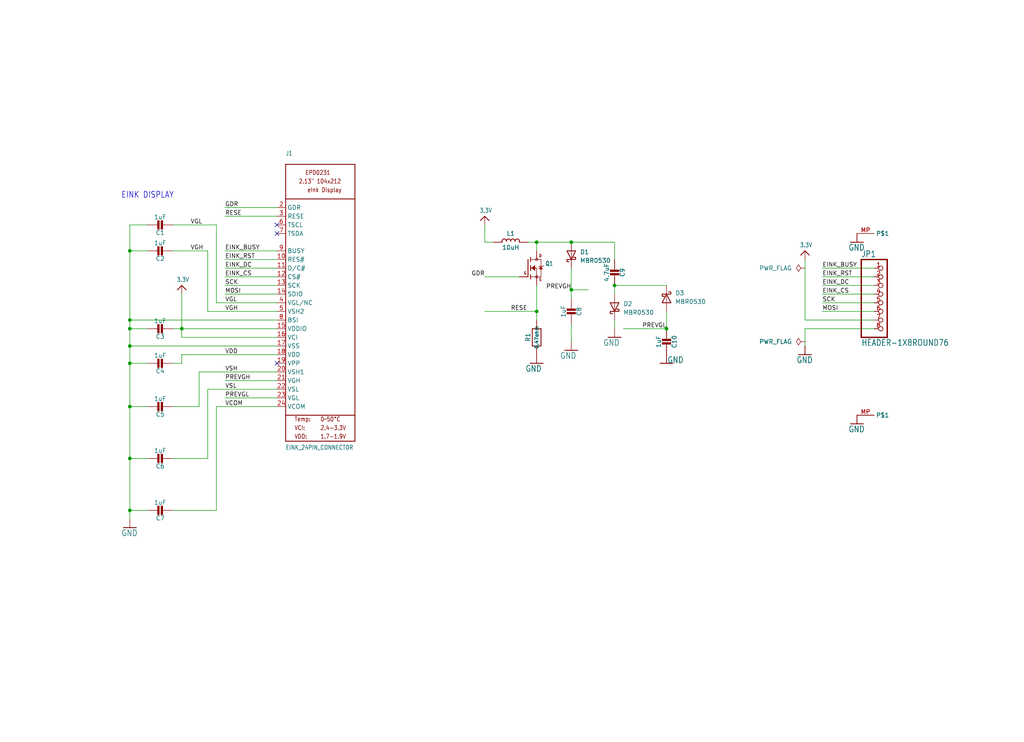
<source format=kicad_sch>
(kicad_sch (version 20211123) (generator eeschema)
  (paper "User" 300.507 217.881)
  (lib_symbols
    (symbol "Diode:MBR0530" (pin_numbers hide) (pin_names (offset 1.016) hide)
      (property "Reference" "D" (at 0 2.54 0))
      (property "Value" "MBR0530" (at 0 -2.54 0))
      (symbol "MBR0530_0_1"
        (polyline (pts (xy 1.27 0) (xy -1.27 0)))
        (polyline (pts (xy 1.27 1.27) (xy 1.27 -1.27) (xy -1.27 0) (xy 1.27 1.27)) (stroke (width 0.254)))
        (polyline (pts (xy -1.905 0.635) (xy -1.905 1.27) (xy -1.27 1.27) (xy -1.27 -1.27) (xy -0.635 -1.27) (xy -0.635 -0.635)) (stroke (width 0.254)))
      )
      (symbol "MBR0530_1_1"
        (pin passive line (at -3.81 0 0) (length 2.54) (name "K") (number "1"))
        (pin passive line (at 3.81 0 180) (length 2.54) (name "A") (number "2"))
      )
    )
    (symbol "OSO-Castellated-Board-eagle-import:3.3V" (power)
      (property "Value" "3.3V" (at -1.524 1.016 0))
      (symbol "3.3V_1_0"
        (polyline (pts (xy -1.27 -1.27) (xy 0 0)) (stroke (width 0.254)))
        (polyline (pts (xy 0 0) (xy 1.27 -1.27)) (stroke (width 0.254)))
        (pin power_in line (at 0 -2.54 90) (length 2.54) (name "3.3V") (number "1"))
      )
    )
    (symbol "OSO-Castellated-Board-eagle-import:BIGOVAL"
      (symbol "BIGOVAL_1_0"
        (pin bidirectional line (at -5.08 0 0) (length 5.08) (name "P$1") (number "MP"))
      )
    )
    (symbol "OSO-Castellated-Board-eagle-import:CAP_CERAMIC0805-NOOUTLINE"
      (property "Reference" "C" (at -2.29 1.25 90))
      (property "Value" "CAP_CERAMIC0805-NOOUTLINE" (at 2.3 1.25 90))
      (symbol "CAP_CERAMIC0805-NOOUTLINE_1_0"
        (rectangle (start -1.27 0.508) (end 1.27 1.016) (fill (type outline)))
        (rectangle (start -1.27 1.524) (end 1.27 2.032) (fill (type outline)))
        (polyline (pts (xy 0 0.762) (xy 0 0)) (stroke (width 0.1524)))
        (polyline (pts (xy 0 2.54) (xy 0 1.778)) (stroke (width 0.1524)))
        (pin passive line (at 0 5.08 270) (length 2.54) (name "1") (number "1"))
        (pin passive line (at 0 -2.54 90) (length 2.54) (name "2") (number "2"))
      )
    )
    (symbol "OSO-Castellated-Board-eagle-import:EINK_24PIN_CONNECTOR"
      (property "Reference" "EINK" (at -10.16 43.18 0))
      (property "Value" "EINK_24PIN_CONNECTOR" (at -10.16 -43.18 0))
      (symbol "EINK_24PIN_CONNECTOR_1_0"
        (polyline (pts (xy -10.16 -40.64) (xy 10.16 -40.64)) (stroke (width 0.254)))
        (polyline (pts (xy -10.16 -33.02) (xy -10.16 -40.64)) (stroke (width 0.254)))
        (polyline (pts (xy -10.16 -33.02) (xy -10.16 30.48)) (stroke (width 0.254)))
        (polyline (pts (xy -10.16 30.48) (xy 10.16 30.48)) (stroke (width 0.254)))
        (polyline (pts (xy -10.16 40.64) (xy -10.16 30.48)) (stroke (width 0.254)))
        (polyline (pts (xy -10.16 40.64) (xy 10.16 40.64)) (stroke (width 0.254)))
        (polyline (pts (xy 10.16 -40.64) (xy 10.16 -33.02)) (stroke (width 0.254)))
        (polyline (pts (xy 10.16 -33.02) (xy -10.16 -33.02)) (stroke (width 0.254)))
        (polyline (pts (xy 10.16 30.48) (xy 10.16 -33.02)) (stroke (width 0.254)))
        (polyline (pts (xy 10.16 40.64) (xy 10.16 30.48)) (stroke (width 0.254)))
        (text "0~50°C" (at 0 -34.925 0) (effects (font (size 1.27 1.0795)) (justify left bottom)))
        (text "1.7-1.9V" (at 0 -40.005 0) (effects (font (size 1.27 1.0795)) (justify left bottom)))
        (text "2.13\" 104x212" (at -6.35 34.925 0) (effects (font (size 1.27 1.0795)) (justify left bottom)))
        (text "2.4-3.3V" (at 0 -37.465 0) (effects (font (size 1.27 1.0795)) (justify left bottom)))
        (text "eInk Display" (at -3.81 32.385 0) (effects (font (size 1.27 1.0795)) (justify left bottom)))
        (text "EPD0231" (at -4.445 37.465 0) (effects (font (size 1.27 1.0795)) (justify left bottom)))
        (text "Temp:" (at -7.62 -34.925 0) (effects (font (size 1.27 1.0795)) (justify left bottom)))
        (text "VCI:" (at -7.62 -37.465 0) (effects (font (size 1.27 1.0795)) (justify left bottom)))
        (text "VDD:" (at -7.62 -40.005 0) (effects (font (size 1.27 1.0795)) (justify left bottom)))
        (pin input line (at -12.7 12.7 0) (length 2.54) (name "RES#") (number "10"))
        (pin input line (at -12.7 10.16 0) (length 2.54) (name "D/C#") (number "11"))
        (pin input line (at -12.7 7.62 0) (length 2.54) (name "CS#") (number "12"))
        (pin bidirectional line (at -12.7 5.08 0) (length 2.54) (name "SCK") (number "13"))
        (pin bidirectional line (at -12.7 2.54 0) (length 2.54) (name "SDIO") (number "14"))
        (pin power_in line (at -12.7 -7.62 0) (length 2.54) (name "VDDIO") (number "15"))
        (pin power_in line (at -12.7 -10.16 0) (length 2.54) (name "VCI") (number "16"))
        (pin power_in line (at -12.7 -12.7 0) (length 2.54) (name "VSS") (number "17"))
        (pin passive line (at -12.7 -15.24 0) (length 2.54) (name "VDD") (number "18"))
        (pin passive line (at -12.7 -17.78 0) (length 2.54) (name "VPP") (number "19"))
        (pin output line (at -12.7 27.94 0) (length 2.54) (name "GDR") (number "2"))
        (pin passive line (at -12.7 -20.32 0) (length 2.54) (name "VSH1") (number "20"))
        (pin passive line (at -12.7 -22.86 0) (length 2.54) (name "VGH") (number "21"))
        (pin passive line (at -12.7 -25.4 0) (length 2.54) (name "VSL") (number "22"))
        (pin passive line (at -12.7 -27.94 0) (length 2.54) (name "VGL") (number "23"))
        (pin passive line (at -12.7 -30.48 0) (length 2.54) (name "VCOM") (number "24"))
        (pin input line (at -12.7 25.4 0) (length 2.54) (name "RESE") (number "3"))
        (pin bidirectional line (at -12.7 0 0) (length 2.54) (name "VGL/NC") (number "4"))
        (pin passive line (at -12.7 -2.54 0) (length 2.54) (name "VSH2") (number "5"))
        (pin output line (at -12.7 22.86 0) (length 2.54) (name "TSCL") (number "6"))
        (pin bidirectional line (at -12.7 20.32 0) (length 2.54) (name "TSDA") (number "7"))
        (pin input line (at -12.7 -5.08 0) (length 2.54) (name "BSI") (number "8"))
        (pin output line (at -12.7 15.24 0) (length 2.54) (name "BUSY") (number "9"))
      )
    )
    (symbol "OSO-Castellated-Board-eagle-import:GND" (power)
      (property "Value" "GND" (at -2.54 -2.54 0))
      (symbol "GND_1_0"
        (polyline (pts (xy -1.905 0) (xy 1.905 0)) (stroke (width 0.254)))
        (pin power_in line (at 0 2.54 270) (length 2.54) (name "GND") (number "1"))
      )
    )
    (symbol "OSO-Castellated-Board-eagle-import:HEADER-1X8ROUND76"
      (property "Reference" "JP" (at -6.35 10.795 0))
      (property "Value" "HEADER-1X8ROUND76" (at -6.35 -15.24 0))
      (symbol "HEADER-1X8ROUND76_1_0"
        (polyline (pts (xy -6.35 -12.7) (xy 1.27 -12.7)) (stroke (width 0.4064)))
        (polyline (pts (xy -6.35 10.16) (xy -6.35 -12.7)) (stroke (width 0.4064)))
        (polyline (pts (xy 1.27 -12.7) (xy 1.27 10.16)) (stroke (width 0.4064)))
        (polyline (pts (xy 1.27 10.16) (xy -6.35 10.16)) (stroke (width 0.4064)))
        (pin passive inverted (at -2.54 7.62 0) (length 2.54) (name "1") (number "1"))
        (pin passive inverted (at -2.54 5.08 0) (length 2.54) (name "2") (number "2"))
        (pin passive inverted (at -2.54 2.54 0) (length 2.54) (name "3") (number "3"))
        (pin passive inverted (at -2.54 0 0) (length 2.54) (name "4") (number "4"))
        (pin passive inverted (at -2.54 -2.54 0) (length 2.54) (name "5") (number "5"))
        (pin passive inverted (at -2.54 -5.08 0) (length 2.54) (name "6") (number "6"))
        (pin passive inverted (at -2.54 -7.62 0) (length 2.54) (name "7") (number "7"))
        (pin passive inverted (at -2.54 -10.16 0) (length 2.54) (name "8") (number "8"))
      )
    )
    (symbol "OSO-Castellated-Board-eagle-import:IRLML2060TRPBF"
      (property "Reference" "Q" (at 5.08 0.635 0))
      (property "Value" "IRLML2060TRPBF" (at 5.08 -1.27 0))
      (symbol "IRLML2060TRPBF_1_0"
        (polyline (pts (xy 0 2.54) (xy 0 -2.54)) (stroke (width 0.254)))
        (polyline (pts (xy 0.762 -2.54) (xy 0.762 -3.175)) (stroke (width 0.254)))
        (polyline (pts (xy 0.762 -1.905) (xy 0.762 -2.54)) (stroke (width 0.254)))
        (polyline (pts (xy 0.762 0) (xy 0.762 -0.762)) (stroke (width 0.254)))
        (polyline (pts (xy 0.762 0) (xy 2.54 0)) (stroke (width 0.1524)))
        (polyline (pts (xy 0.762 0.762) (xy 0.762 0)) (stroke (width 0.254)))
        (polyline (pts (xy 0.762 2.54) (xy 0.762 1.905)) (stroke (width 0.254)))
        (polyline (pts (xy 0.762 2.54) (xy 3.81 2.54)) (stroke (width 0.1524)))
        (polyline (pts (xy 0.762 3.175) (xy 0.762 2.54)) (stroke (width 0.254)))
        (polyline (pts (xy 2.54 -2.54) (xy 0.762 -2.54)) (stroke (width 0.1524)))
        (polyline (pts (xy 2.54 -2.54) (xy 3.81 -2.54)) (stroke (width 0.1524)))
        (polyline (pts (xy 2.54 0) (xy 2.54 -2.54)) (stroke (width 0.1524)))
        (polyline (pts (xy 3.302 0.508) (xy 3.048 0.254)) (stroke (width 0.1524)))
        (polyline (pts (xy 3.81 0.508) (xy 3.302 0.508)) (stroke (width 0.1524)))
        (polyline (pts (xy 3.81 0.508) (xy 3.81 -2.54)) (stroke (width 0.1524)))
        (polyline (pts (xy 3.81 2.54) (xy 3.81 0.508)) (stroke (width 0.1524)))
        (polyline (pts (xy 4.318 0.508) (xy 3.81 0.508)) (stroke (width 0.1524)))
        (polyline (pts (xy 4.572 0.762) (xy 4.318 0.508)) (stroke (width 0.1524)))
        (polyline (pts (xy 1.016 0) (xy 2.032 0.762) (xy 2.032 -0.762)) (fill (type outline)))
        (polyline (pts (xy 3.81 0.508) (xy 3.302 -0.254) (xy 4.318 -0.254)) (fill (type outline)))
        (circle (center 2.54 -2.54) (radius 0.3592))
        (circle (center 2.54 2.54) (radius 0.3592))
        (text "D" (at 3.175 3.175 0) (effects (font (size 0.8128 0.6908)) (justify left bottom)))
        (text "G" (at -1.27 -1.905 0) (effects (font (size 0.8128 0.6908)) (justify left bottom)))
        (text "S" (at 3.175 -3.81 0) (effects (font (size 0.8128 0.6908)) (justify left bottom)))
        (pin bidirectional line (at -2.54 -2.54 0) (length 2.54) (name "G") (number "1"))
        (pin bidirectional line (at 2.54 -5.08 90) (length 2.54) (name "S") (number "2"))
        (pin bidirectional line (at 2.54 5.08 270) (length 2.54) (name "D") (number "3"))
      )
    )
    (symbol "OSO-Castellated-Board-eagle-import:MICROBUILDER_INDUCTOR_0805"
      (property "Reference" "L" (at 0 2.54 0))
      (property "Value" "MICROBUILDER_INDUCTOR_0805" (at 0 -1.54 0))
      (symbol "MICROBUILDER_INDUCTOR_0805_1_0"
        (arc (start -1.27 0.3175) (mid -1.905 0.9524) (end -2.54 0.3175) (stroke (width 0.254)))
        (polyline (pts (xy -2.54 0.3175) (xy -2.54 0)) (stroke (width 0.254)))
        (polyline (pts (xy 2.54 0.3175) (xy 2.54 0)) (stroke (width 0.254)))
        (arc (start 0 0.3175) (mid -0.635 0.9524) (end -1.27 0.3175) (stroke (width 0.254)))
        (arc (start 1.27 0.3175) (mid 0.635 0.9524) (end 0 0.3175) (stroke (width 0.254)))
        (arc (start 2.54 0.3175) (mid 1.905 0.9524) (end 1.27 0.3175) (stroke (width 0.254)))
        (pin passive line (at -5.08 0 0) (length 2.54) (name "1") (number "1"))
        (pin passive line (at 5.08 0 180) (length 2.54) (name "2") (number "2"))
      )
    )
    (symbol "OSO-Castellated-Board-eagle-import:RESISTOR_0402"
      (property "Reference" "R" (at 0 2.54 0))
      (property "Value" "RESISTOR_0402" (at 0 0 0))
      (symbol "RESISTOR_0402_1_0"
        (polyline (pts (xy -2.54 -1.27) (xy -2.54 1.27)) (stroke (width 0.254)))
        (polyline (pts (xy -2.54 1.27) (xy 2.54 1.27)) (stroke (width 0.254)))
        (polyline (pts (xy 2.54 -1.27) (xy -2.54 -1.27)) (stroke (width 0.254)))
        (polyline (pts (xy 2.54 1.27) (xy 2.54 -1.27)) (stroke (width 0.254)))
        (pin passive line (at -5.08 0 0) (length 2.54) (name "1") (number "1"))
        (pin passive line (at 5.08 0 180) (length 2.54) (name "2") (number "2"))
      )
    )
    (symbol "power:PWR_FLAG" (power) (pin_numbers hide) (pin_names (offset 0) hide)
      (property "Value" "PWR_FLAG" (at 0 3.81 0))
      (symbol "PWR_FLAG_0_0"
        (pin power_out line (at 0 0 90) (length 0) (name "pwr") (number "1"))
      )
      (symbol "PWR_FLAG_0_1"
        (polyline (pts (xy 0 0) (xy 0 1.27) (xy -1.016 1.905) (xy 0 2.54) (xy 1.016 1.905) (xy 0 1.27)))
      )
    )
  )
  (junction (at 38.1 106.68))
  (junction (at 53.34 96.52))
  (junction (at 38.1 149.86))
  (junction (at 38.1 119.38))
  (junction (at 38.1 96.52))
  (junction (at 167.64 85.09))
  (junction (at 157.48 91.44))
  (junction (at 38.1 134.62))
  (junction (at 180.34 83.82))
  (junction (at 195.58 96.52))
  (junction (at 38.1 73.66))
  (junction (at 38.1 101.6))
  (junction (at 38.1 93.98))
  (junction (at 167.64 71.12))
  (junction (at 157.48 71.12))
  (no_connect (at 81.28 106.68))
  (no_connect (at 81.28 66.04))
  (no_connect (at 81.28 68.58))
  (wire (pts (xy 66.04 83.82) (xy 81.28 83.82)))
  (wire (pts (xy 195.58 96.52) (xy 195.58 91.44)))
  (wire (pts (xy 180.34 86.36) (xy 180.34 83.82)))
  (wire (pts (xy 58.42 109.22) (xy 58.42 119.38)))
  (wire (pts (xy 38.1 149.86) (xy 38.1 152.4)))
  (wire (pts (xy 81.28 109.22) (xy 58.42 109.22)))
  (wire (pts (xy 38.1 134.62) (xy 38.1 149.86)))
  (wire (pts (xy 63.5 66.04) (xy 63.5 88.9)))
  (wire (pts (xy 38.1 96.52) (xy 38.1 101.6)))
  (wire (pts (xy 53.34 86.36) (xy 53.34 96.52)))
  (wire (pts (xy 236.22 96.52) (xy 236.22 101.6)))
  (wire (pts (xy 50.8 66.04) (xy 63.5 66.04)))
  (wire (pts (xy 66.04 86.36) (xy 81.28 86.36)))
  (wire (pts (xy 81.28 101.6) (xy 38.1 101.6)))
  (wire (pts (xy 157.48 91.44) (xy 142.24 91.44)))
  (wire (pts (xy 53.34 96.52) (xy 81.28 96.52)))
  (wire (pts (xy 81.28 60.96) (xy 66.04 60.96)))
  (wire (pts (xy 157.48 71.12) (xy 167.64 71.12)))
  (wire (pts (xy 60.96 114.3) (xy 60.96 134.62)))
  (wire (pts (xy 43.18 96.52) (xy 38.1 96.52)))
  (wire (pts (xy 53.34 106.68) (xy 53.34 104.14)))
  (wire (pts (xy 58.42 119.38) (xy 50.8 119.38)))
  (wire (pts (xy 172.72 85.09) (xy 167.64 85.09)))
  (wire (pts (xy 256.54 78.74) (xy 241.3 78.74)))
  (wire (pts (xy 38.1 149.86) (xy 43.18 149.86)))
  (wire (pts (xy 60.96 73.66) (xy 60.96 91.44)))
  (wire (pts (xy 81.28 73.66) (xy 66.04 73.66)))
  (wire (pts (xy 241.3 91.44) (xy 256.54 91.44)))
  (wire (pts (xy 142.24 66.04) (xy 142.24 71.12)))
  (wire (pts (xy 142.24 81.28) (xy 152.4 81.28)))
  (wire (pts (xy 180.34 93.98) (xy 180.34 96.52)))
  (wire (pts (xy 50.8 96.52) (xy 53.34 96.52)))
  (wire (pts (xy 157.48 71.12) (xy 154.94 71.12)))
  (wire (pts (xy 157.48 93.98) (xy 157.48 91.44)))
  (wire (pts (xy 142.24 71.12) (xy 144.78 71.12)))
  (wire (pts (xy 81.28 93.98) (xy 38.1 93.98)))
  (wire (pts (xy 66.04 111.76) (xy 81.28 111.76)))
  (wire (pts (xy 236.22 76.2) (xy 236.22 93.98)))
  (wire (pts (xy 81.28 114.3) (xy 60.96 114.3)))
  (wire (pts (xy 157.48 83.82) (xy 157.48 91.44)))
  (wire (pts (xy 38.1 134.62) (xy 43.18 134.62)))
  (wire (pts (xy 81.28 91.44) (xy 60.96 91.44)))
  (wire (pts (xy 66.04 63.5) (xy 81.28 63.5)))
  (wire (pts (xy 66.04 116.84) (xy 81.28 116.84)))
  (wire (pts (xy 38.1 66.04) (xy 43.18 66.04)))
  (wire (pts (xy 63.5 149.86) (xy 63.5 119.38)))
  (wire (pts (xy 53.34 104.14) (xy 81.28 104.14)))
  (wire (pts (xy 256.54 81.28) (xy 241.3 81.28)))
  (wire (pts (xy 38.1 101.6) (xy 38.1 106.68)))
  (wire (pts (xy 38.1 73.66) (xy 38.1 93.98)))
  (wire (pts (xy 157.48 73.66) (xy 157.48 71.12)))
  (wire (pts (xy 256.54 96.52) (xy 236.22 96.52)))
  (wire (pts (xy 50.8 149.86) (xy 63.5 149.86)))
  (wire (pts (xy 180.34 71.12) (xy 180.34 76.2)))
  (wire (pts (xy 81.28 78.74) (xy 66.04 78.74)))
  (wire (pts (xy 256.54 86.36) (xy 241.3 86.36)))
  (wire (pts (xy 256.54 83.82) (xy 241.3 83.82)))
  (wire (pts (xy 60.96 73.66) (xy 50.8 73.66)))
  (wire (pts (xy 38.1 73.66) (xy 38.1 66.04)))
  (wire (pts (xy 63.5 119.38) (xy 81.28 119.38)))
  (wire (pts (xy 167.64 95.25) (xy 167.64 100.33)))
  (wire (pts (xy 81.28 99.06) (xy 53.34 99.06)))
  (wire (pts (xy 167.64 87.63) (xy 167.64 85.09)))
  (wire (pts (xy 81.28 81.28) (xy 66.04 81.28)))
  (wire (pts (xy 43.18 106.68) (xy 38.1 106.68)))
  (wire (pts (xy 81.28 76.2) (xy 66.04 76.2)))
  (wire (pts (xy 60.96 134.62) (xy 50.8 134.62)))
  (wire (pts (xy 53.34 96.52) (xy 53.34 99.06)))
  (wire (pts (xy 50.8 106.68) (xy 53.34 106.68)))
  (wire (pts (xy 38.1 119.38) (xy 38.1 134.62)))
  (wire (pts (xy 180.34 83.82) (xy 195.58 83.82)))
  (wire (pts (xy 38.1 106.68) (xy 38.1 119.38)))
  (wire (pts (xy 38.1 93.98) (xy 38.1 96.52)))
  (wire (pts (xy 167.64 78.74) (xy 167.64 85.09)))
  (wire (pts (xy 182.88 96.52) (xy 195.58 96.52)))
  (wire (pts (xy 43.18 73.66) (xy 38.1 73.66)))
  (wire (pts (xy 241.3 88.9) (xy 256.54 88.9)))
  (wire (pts (xy 167.64 71.12) (xy 180.34 71.12)))
  (wire (pts (xy 63.5 88.9) (xy 81.28 88.9)))
  (wire (pts (xy 38.1 119.38) (xy 43.18 119.38)))
  (wire (pts (xy 256.54 93.98) (xy 236.22 93.98)))
  (text "EINK DISPLAY" (at 35.56 58.42 180) (effects (font (size 1.778 1.5113)) (justify left bottom)))
  (label "RESE" (at 66.04 63.5 0) (effects (font (size 1.2446 1.2446))))
  (label "EINK_CS" (at 241.3 86.36 0) (effects (font (size 1.2446 1.2446))))
  (label "EINK_BUSY" (at 66.04 73.66 0) (effects (font (size 1.2446 1.2446))))
  (label "EINK_RST" (at 241.3 81.28 0) (effects (font (size 1.2446 1.2446))))
  (label "PREVGH" (at 66.04 111.76 0) (effects (font (size 1.2446 1.2446))))
  (label "VGH" (at 55.88 73.66 0) (effects (font (size 1.2446 1.2446))))
  (label "VSH" (at 66.04 109.22 0) (effects (font (size 1.2446 1.2446))))
  (label "VGL" (at 66.04 88.9 0) (effects (font (size 1.2446 1.2446))))
  (label "VSL" (at 66.04 114.3 0) (effects (font (size 1.2446 1.2446))))
  (label "VCOM" (at 66.04 119.38 0) (effects (font (size 1.2446 1.2446))))
  (label "RESE" (at 149.86 91.44 0) (effects (font (size 1.2446 1.2446))))
  (label "EINK_DC" (at 66.04 78.74 0) (effects (font (size 1.2446 1.2446))))
  (label "GDR" (at 66.04 60.96 0) (effects (font (size 1.2446 1.2446))))
  (label "MOSI" (at 241.3 91.44 0) (effects (font (size 1.2446 1.2446))))
  (label "SCK" (at 66.04 83.82 0) (effects (font (size 1.2446 1.2446))))
  (label "PREVGL" (at 195.58 96.52 180) (effects (font (size 1.2446 1.2446))))
  (label "VDD" (at 66.04 104.14 0) (effects (font (size 1.2446 1.2446))))
  (label "MOSI" (at 66.04 86.36 0) (effects (font (size 1.2446 1.2446))))
  (label "GDR" (at 142.24 81.28 180) (effects (font (size 1.2446 1.2446))))
  (label "EINK_RST" (at 66.04 76.2 0) (effects (font (size 1.2446 1.2446))))
  (label "VGL" (at 55.88 66.04 0) (effects (font (size 1.2446 1.2446))))
  (label "EINK_BUSY" (at 241.3 78.74 0) (effects (font (size 1.2446 1.2446))))
  (label "PREVGH" (at 167.64 85.09 180) (effects (font (size 1.2446 1.2446))))
  (label "EINK_DC" (at 241.3 83.82 0) (effects (font (size 1.2446 1.2446))))
  (label "EINK_CS" (at 66.04 81.28 0) (effects (font (size 1.2446 1.2446))))
  (label "SCK" (at 241.3 88.9 0) (effects (font (size 1.2446 1.2446))))
  (label "VGH" (at 66.04 91.44 0) (effects (font (size 1.2446 1.2446))))
  (label "PREVGL" (at 66.04 116.84 0) (effects (font (size 1.2446 1.2446))))
  (symbol (lib_id "OSO-Castellated-Board-eagle-import:CAP_CERAMIC0805-NOOUTLINE") (at 195.58 101.6 0) (mirror y) (unit 1)
    (property "Reference" "C10" (at 197.87 100.35 90))
    (property "Value" "1uF" (at 193.28 100.35 90))
    (property "Footprint" "Capacitor_SMD:C_0805_2012Metric" (effects hide))
  )
  (symbol (lib_id "OSO-Castellated-Board-eagle-import:CAP_CERAMIC0805-NOOUTLINE") (at 48.26 106.68 90) (unit 1)
    (property "Reference" "C4" (at 47.01 108.97 90))
    (property "Value" "1uF" (at 47.01 104.38 90))
    (property "Footprint" "Capacitor_SMD:C_0805_2012Metric" (effects hide))
  )
  (symbol (lib_id "Diode:MBR0530") (at 167.64 74.93 90) (unit 1)
    (property "Reference" "D1" (at 170.18 73.9774 90) (effects (justify right)))
    (property "Value" "MBR0530" (at 170.18 76.5174 90) (effects (justify right)))
    (property "Footprint" "Diode_SMD:D_SOD-123" (effects hide))
    (property "Datasheet" "http://www.mccsemi.com/up_pdf/MBR0520~MBR0580(SOD123).pdf" (effects hide))
  )
  (symbol (lib_id "OSO-Castellated-Board-eagle-import:3.3V") (at 53.34 83.82 0) (unit 1)
    (property "Reference" "#U$01" (effects hide))
    (property "Value" "3.3V" (at 51.816 82.804 0) (effects (font (size 1.27 1.0795)) (justify left bottom)))
    (property "Footprint" "OSO-Castellated-Board:" (effects hide))
  )
  (symbol (lib_id "OSO-Castellated-Board-eagle-import:CAP_CERAMIC0805-NOOUTLINE") (at 48.26 96.52 90) (unit 1)
    (property "Reference" "C3" (at 47.01 98.81 90))
    (property "Value" "1uF" (at 47.01 94.22 90))
    (property "Footprint" "Capacitor_SMD:C_0805_2012Metric" (effects hide))
  )
  (symbol (lib_id "OSO-Castellated-Board-eagle-import:CAP_CERAMIC0805-NOOUTLINE") (at 167.64 92.71 0) (mirror y) (unit 1)
    (property "Reference" "C8" (at 169.93 91.46 90))
    (property "Value" "1uF" (at 165.34 91.46 90))
    (property "Footprint" "Capacitor_SMD:C_0805_2012Metric" (effects hide))
  )
  (symbol (lib_id "OSO-Castellated-Board-eagle-import:CAP_CERAMIC0805-NOOUTLINE") (at 48.26 134.62 90) (unit 1)
    (property "Reference" "C6" (at 47.01 136.91 90))
    (property "Value" "1uF" (at 47.01 132.32 90))
    (property "Footprint" "Capacitor_SMD:C_0805_2012Metric" (effects hide))
  )
  (symbol (lib_id "OSO-Castellated-Board-eagle-import:RESISTOR_0402") (at 157.48 99.06 90) (mirror x) (unit 1)
    (property "Reference" "R1" (at 154.94 99.06 0))
    (property "Value" "0.47ohm" (at 157.48 99.06 0) (effects (font (size 1.016 1.016) bold)))
    (property "Footprint" "Resistor_SMD:R_0402_1005Metric" (effects hide))
  )
  (symbol (lib_id "Diode:MBR0530") (at 195.58 87.63 270) (unit 1)
    (property "Reference" "D3" (at 198.12 86.0424 90) (effects (justify left)))
    (property "Value" "MBR0530" (at 198.12 88.5824 90) (effects (justify left)))
    (property "Footprint" "Diode_SMD:D_SOD-123" (effects hide))
    (property "Datasheet" "http://www.mccsemi.com/up_pdf/MBR0520~MBR0580(SOD123).pdf" (effects hide))
  )
  (symbol (lib_id "OSO-Castellated-Board-eagle-import:GND") (at 167.64 102.87 0) (mirror y) (unit 1)
    (property "Reference" "#U$04" (effects hide))
    (property "Value" "GND" (at 169.164 105.41 0) (effects (font (size 1.778 1.5113)) (justify left bottom)))
    (property "Footprint" "OSO-Castellated-Board:" (effects hide))
  )
  (symbol (lib_id "OSO-Castellated-Board-eagle-import:MICROBUILDER_INDUCTOR_0805") (at 149.86 71.12 0) (unit 1)
    (property "Reference" "L1" (at 149.86 68.58 0))
    (property "Value" "10uH" (at 149.86 72.66 0))
    (property "Footprint" "Inductor_SMD:L_0805_2012Metric" (effects hide))
  )
  (symbol (lib_id "OSO-Castellated-Board-eagle-import:GND") (at 251.46 71.12 0) (unit 1)
    (property "Reference" "#GND03" (effects hide))
    (property "Value" "GND" (at 248.92 73.66 0) (effects (font (size 1.778 1.5113)) (justify left bottom)))
    (property "Footprint" "OSO-Castellated-Board:" (effects hide))
  )
  (symbol (lib_id "OSO-Castellated-Board-eagle-import:EINK_24PIN_CONNECTOR") (at 93.98 88.9 0) (unit 1)
    (property "Reference" "J1" (at 83.82 45.72 0) (effects (font (size 1.27 1.0795)) (justify left bottom)))
    (property "Value" "EINK_24PIN_CONNECTOR" (at 83.82 132.08 0) (effects (font (size 1.27 1.0795)) (justify left bottom)))
    (property "Footprint" "OSO-Book:AFC07-S24ECC-00" (effects hide))
  )
  (symbol (lib_id "OSO-Castellated-Board-eagle-import:BIGOVAL") (at 256.54 121.92 0) (unit 1)
    (property "Reference" "U$2" (effects hide))
    (property "Value" "BIGOVAL" (effects hide))
    (property "Footprint" "OSO-Book:Oval-Mounting-Point" (effects hide))
  )
  (symbol (lib_id "OSO-Castellated-Board-eagle-import:GND") (at 236.22 104.14 0) (unit 1)
    (property "Reference" "#GND02" (effects hide))
    (property "Value" "GND" (at 233.68 106.68 0) (effects (font (size 1.778 1.5113)) (justify left bottom)))
    (property "Footprint" "OSO-Castellated-Board:" (effects hide))
  )
  (symbol (lib_id "OSO-Castellated-Board-eagle-import:CAP_CERAMIC0805-NOOUTLINE") (at 48.26 149.86 90) (unit 1)
    (property "Reference" "C7" (at 47.01 152.15 90))
    (property "Value" "1uF" (at 47.01 147.56 90))
    (property "Footprint" "Capacitor_SMD:C_0805_2012Metric" (effects hide))
  )
  (symbol (lib_id "OSO-Castellated-Board-eagle-import:CAP_CERAMIC0805-NOOUTLINE") (at 48.26 66.04 90) (unit 1)
    (property "Reference" "C1" (at 47.01 68.33 90))
    (property "Value" "1uF" (at 47.01 63.74 90))
    (property "Footprint" "Capacitor_SMD:C_0805_2012Metric" (effects hide))
  )
  (symbol (lib_id "OSO-Castellated-Board-eagle-import:BIGOVAL") (at 256.54 68.58 0) (unit 1)
    (property "Reference" "U$1" (effects hide))
    (property "Value" "BIGOVAL" (effects hide))
    (property "Footprint" "OSO-Book:Oval-Mounting-Point" (effects hide))
  )
  (symbol (lib_id "OSO-Castellated-Board-eagle-import:3.3V") (at 142.24 63.5 0) (unit 1)
    (property "Reference" "#U$02" (effects hide))
    (property "Value" "3.3V" (at 140.716 62.484 0) (effects (font (size 1.27 1.0795)) (justify left bottom)))
    (property "Footprint" "OSO-Castellated-Board:" (effects hide))
  )
  (symbol (lib_id "power:PWR_FLAG") (at 236.22 78.74 90) (unit 1)
    (property "Reference" "#FLG0101" (effects hide))
    (property "Value" "PWR_FLAG" (at 232.41 78.7399 90) (effects (justify left)))
  )
  (symbol (lib_id "OSO-Castellated-Board-eagle-import:GND") (at 251.46 124.46 0) (unit 1)
    (property "Reference" "#GND04" (effects hide))
    (property "Value" "GND" (at 248.92 127 0) (effects (font (size 1.778 1.5113)) (justify left bottom)))
    (property "Footprint" "OSO-Castellated-Board:" (effects hide))
  )
  (symbol (lib_id "power:PWR_FLAG") (at 236.22 100.33 90) (unit 1)
    (property "Reference" "#FLG0102" (effects hide))
    (property "Value" "PWR_FLAG" (at 232.41 100.3299 90) (effects (justify left)))
  )
  (symbol (lib_id "OSO-Castellated-Board-eagle-import:3.3V") (at 236.22 73.66 0) (unit 1)
    (property "Reference" "#U$07" (effects hide))
    (property "Value" "3.3V" (at 234.696 72.644 0) (effects (font (size 1.27 1.0795)) (justify left bottom)))
    (property "Footprint" "OSO-Castellated-Board:" (effects hide))
  )
  (symbol (lib_id "OSO-Castellated-Board-eagle-import:CAP_CERAMIC0805-NOOUTLINE") (at 180.34 81.28 0) (mirror y) (unit 1)
    (property "Reference" "C9" (at 182.63 80.03 90))
    (property "Value" "4.7uF" (at 178.04 80.03 90))
    (property "Footprint" "Capacitor_SMD:C_0805_2012Metric" (effects hide))
  )
  (symbol (lib_id "OSO-Castellated-Board-eagle-import:GND") (at 38.1 154.94 0) (unit 1)
    (property "Reference" "#GND01" (effects hide))
    (property "Value" "GND" (at 35.56 157.48 0) (effects (font (size 1.778 1.5113)) (justify left bottom)))
    (property "Footprint" "OSO-Castellated-Board:" (effects hide))
  )
  (symbol (lib_id "OSO-Castellated-Board-eagle-import:GND") (at 180.34 99.06 0) (mirror y) (unit 1)
    (property "Reference" "#U$05" (effects hide))
    (property "Value" "GND" (at 181.864 101.6 0) (effects (font (size 1.778 1.5113)) (justify left bottom)))
    (property "Footprint" "OSO-Castellated-Board:" (effects hide))
  )
  (symbol (lib_id "Diode:MBR0530") (at 180.34 90.17 90) (unit 1)
    (property "Reference" "D2" (at 182.88 89.2174 90) (effects (justify right)))
    (property "Value" "MBR0530" (at 182.88 91.7574 90) (effects (justify right)))
    (property "Footprint" "Diode_SMD:D_SOD-123" (effects hide))
    (property "Datasheet" "http://www.mccsemi.com/up_pdf/MBR0520~MBR0580(SOD123).pdf" (effects hide))
  )
  (symbol (lib_id "OSO-Castellated-Board-eagle-import:GND") (at 195.58 106.68 0) (mirror y) (unit 1)
    (property "Reference" "#U$06" (effects hide))
    (property "Value" "GND" (at 200.66 106.68 0) (effects (font (size 1.778 1.5113)) (justify left bottom)))
    (property "Footprint" "OSO-Castellated-Board:" (effects hide))
  )
  (symbol (lib_id "OSO-Castellated-Board-eagle-import:GND") (at 157.48 106.68 0) (mirror y) (unit 1)
    (property "Reference" "#U$03" (effects hide))
    (property "Value" "GND" (at 159.004 109.22 0) (effects (font (size 1.778 1.5113)) (justify left bottom)))
    (property "Footprint" "OSO-Castellated-Board:" (effects hide))
  )
  (symbol (lib_id "OSO-Castellated-Board-eagle-import:IRLML2060TRPBF") (at 154.94 78.74 0) (unit 1)
    (property "Reference" "Q1" (at 160.02 78.105 0) (effects (font (size 1.27 1.0795)) (justify left bottom)))
    (property "Value" "IRLML0100" (effects hide))
    (property "Footprint" "Package_TO_SOT_SMD:SOT-23" (effects hide))
  )
  (symbol (lib_id "OSO-Castellated-Board-eagle-import:HEADER-1X8ROUND76") (at 259.08 86.36 0) (unit 1)
    (property "Reference" "JP1" (at 252.73 75.565 0) (effects (font (size 1.778 1.5113)) (justify left bottom)))
    (property "Value" "HEADER-1X8ROUND76" (at 252.73 101.6 0) (effects (font (size 1.778 1.5113)) (justify left bottom)))
    (property "Footprint" "OSO-Book:Castellated-Connnector-1x8" (effects hide))
  )
  (symbol (lib_id "OSO-Castellated-Board-eagle-import:CAP_CERAMIC0805-NOOUTLINE") (at 48.26 73.66 90) (unit 1)
    (property "Reference" "C2" (at 47.01 75.95 90))
    (property "Value" "1uF" (at 47.01 71.36 90))
    (property "Footprint" "Capacitor_SMD:C_0805_2012Metric" (effects hide))
  )
  (symbol (lib_id "OSO-Castellated-Board-eagle-import:CAP_CERAMIC0805-NOOUTLINE") (at 48.26 119.38 90) (unit 1)
    (property "Reference" "C5" (at 47.01 121.67 90))
    (property "Value" "1uF" (at 47.01 117.08 90))
    (property "Footprint" "Capacitor_SMD:C_0805_2012Metric" (effects hide))
  )
)
</source>
